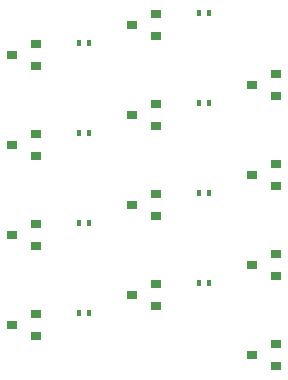
<source format=gtp>
G04 #@! TF.FileFunction,Paste,Top*
%FSLAX46Y46*%
G04 Gerber Fmt 4.6, Leading zero omitted, Abs format (unit mm)*
G04 Created by KiCad (PCBNEW 4.0.7) date Tuesday, October 31, 2017 'AMt' 08:43:51 AM*
%MOMM*%
%LPD*%
G01*
G04 APERTURE LIST*
%ADD10C,0.100000*%
%ADD11R,0.400000X0.600000*%
%ADD12R,0.900000X0.800000*%
G04 APERTURE END LIST*
D10*
D11*
X107130000Y-62484000D03*
X106230000Y-62484000D03*
X107130000Y-70104000D03*
X106230000Y-70104000D03*
X107130000Y-77724000D03*
X106230000Y-77724000D03*
X107130000Y-85344000D03*
X106230000Y-85344000D03*
X96970000Y-65024000D03*
X96070000Y-65024000D03*
X96970000Y-72644000D03*
X96070000Y-72644000D03*
X96970000Y-80264000D03*
X96070000Y-80264000D03*
X96970000Y-87884000D03*
X96070000Y-87884000D03*
D12*
X102600000Y-64450000D03*
X102600000Y-62550000D03*
X100600000Y-63500000D03*
X102600000Y-72070000D03*
X102600000Y-70170000D03*
X100600000Y-71120000D03*
X102600000Y-79690000D03*
X102600000Y-77790000D03*
X100600000Y-78740000D03*
X102600000Y-87310000D03*
X102600000Y-85410000D03*
X100600000Y-86360000D03*
X92440000Y-66990000D03*
X92440000Y-65090000D03*
X90440000Y-66040000D03*
X92440000Y-74610000D03*
X92440000Y-72710000D03*
X90440000Y-73660000D03*
X92440000Y-82230000D03*
X92440000Y-80330000D03*
X90440000Y-81280000D03*
X92440000Y-89850000D03*
X92440000Y-87950000D03*
X90440000Y-88900000D03*
X112760000Y-69530000D03*
X112760000Y-67630000D03*
X110760000Y-68580000D03*
X112760000Y-77150000D03*
X112760000Y-75250000D03*
X110760000Y-76200000D03*
X112760000Y-84770000D03*
X112760000Y-82870000D03*
X110760000Y-83820000D03*
X112760000Y-92390000D03*
X112760000Y-90490000D03*
X110760000Y-91440000D03*
M02*

</source>
